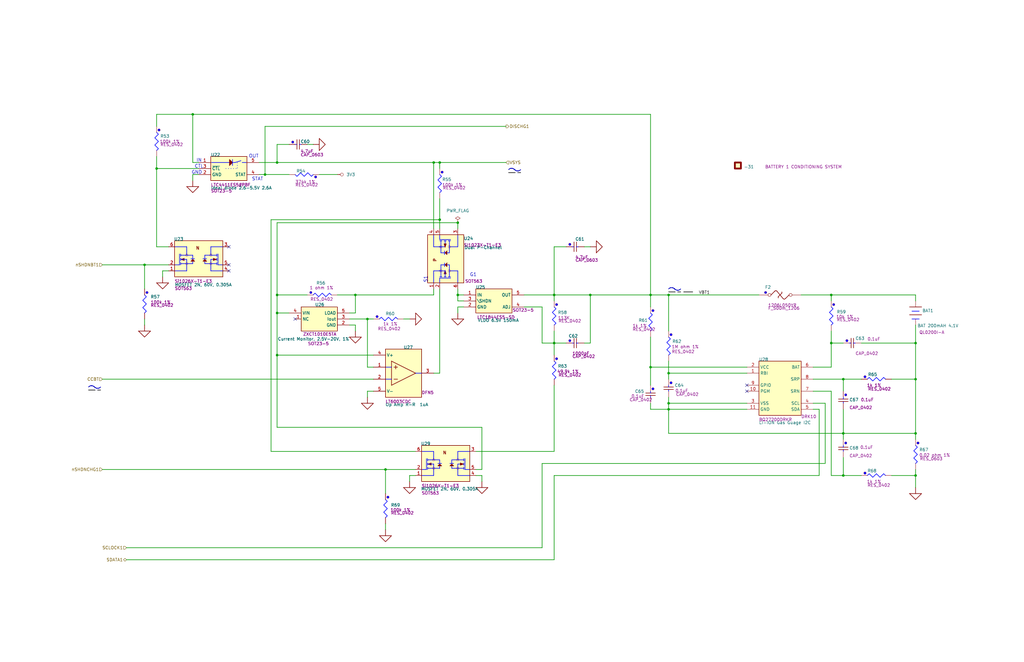
<source format=kicad_sch>
(kicad_sch (version 20231120) (generator "eeschema") (generator_version "8.0")
  (paper "B")
  (title_block (rev "-"))
  (junction (at 233.68 124.46))
  (junction (at 274.32 154.94))
  (junction (at 185.42 92.71))
  (junction (at 66.04 71.12))
  (junction (at 193.04 124.46))
  (junction (at 350.52 124.46))
  (junction (at 193.04 93.98))
  (junction (at 60.96 111.76))
  (junction (at 386.08 144.78))
  (junction (at 281.94 170.18))
  (junction (at 355.6 200.66))
  (junction (at 154.94 134.62))
  (junction (at 182.88 68.58))
  (junction (at 185.42 68.58))
  (junction (at 355.6 160.02))
  (junction (at 116.84 132.08))
  (junction (at 116.84 68.58))
  (junction (at 81.28 48.26))
  (junction (at 111.76 73.66))
  (junction (at 386.08 182.88))
  (junction (at 386.08 200.66))
  (junction (at 248.92 124.46))
  (junction (at 162.56 198.12))
  (junction (at 281.94 172.72))
  (junction (at 274.32 124.46))
  (junction (at 233.68 144.78))
  (junction (at 281.94 124.46))
  (junction (at 116.84 124.46))
  (junction (at 149.86 124.46))
  (junction (at 116.84 149.86))
  (junction (at 355.6 182.88))
  (junction (at 350.52 144.78))
  (junction (at 281.94 157.48))
  (junction (at 386.08 160.02))
  (no_connect (at 96.52 104.14))
  (no_connect (at 124.46 134.62))
  (no_connect (at 96.52 111.76))
  (no_connect (at 314.96 165.1))
  (no_connect (at 96.52 114.3))
  (no_connect (at 314.96 162.56))
  (wire (pts (xy 116.84 124.46) (xy 129.54 124.46)) (stroke (width 0.254)))
  (polyline (pts (xy 283.5951 121.416) (xy 283.6862 121.4438)) (stroke (width 0.254) (type solid)))
  (wire (pts (xy 154.94 165.1) (xy 154.94 167.64)) (stroke (width 0.254)))
  (polyline (pts (xy 284.537 121.9721) (xy 284.5681 121.9985)) (stroke (width 0.254) (type solid)))
  (wire (pts (xy 68.58 114.3) (xy 71.12 114.3)) (stroke (width 0.254)))
  (wire (pts (xy 386.08 144.78) (xy 386.08 160.02)) (stroke (width 0.254)))
  (wire (pts (xy 355.6 193.04) (xy 355.6 200.66)) (stroke (width 0.254)))
  (wire (pts (xy 60.96 121.92) (xy 60.96 111.76)) (stroke (width 0.254)))
  (polyline (pts (xy 283.6862 121.4438) (xy 283.7736 121.4753)) (stroke (width 0.254) (type solid)))
  (polyline (pts (xy 286.4295 122.3439) (xy 286.5462 122.2847)) (stroke (width 0.254) (type solid)))
  (wire (pts (xy 114.3 190.5) (xy 175.26 190.5)) (stroke (width 0.254)))
  (polyline (pts (xy 217.7141 72.0226) (xy 217.8015 72.0541)) (stroke (width 0.254) (type solid)))
  (polyline (pts (xy 217.8015 72.0541) (xy 217.8926 72.0819)) (stroke (width 0.254) (type solid)))
  (polyline (pts (xy 38.9931 162.818) (xy 39.0842 162.8458)) (stroke (width 0.254) (type solid)))
  (polyline (pts (xy 216.9196 71.4994) (xy 216.9507 71.5258)) (stroke (width 0.254) (type solid)))
  (polyline (pts (xy 39.8455 163.2917) (xy 39.8634 163.3081)) (stroke (width 0.254) (type solid)))
  (polyline (pts (xy 39.5446 163.0663) (xy 39.6048 163.1054)) (stroke (width 0.254) (type solid)))
  (polyline (pts (xy 218.2896 72.1419) (xy 218.3959 72.1406)) (stroke (width 0.254) (type solid)))
  (wire (pts (xy 200.66 190.5) (xy 233.68 190.5)) (stroke (width 0.254)))
  (polyline (pts (xy 216.7895 71.3993) (xy 216.8387 71.4354)) (stroke (width 0.254) (type solid)))
  (polyline (pts (xy 217.5514 71.9512) (xy 217.6307 71.9881)) (stroke (width 0.254) (type solid)))
  (polyline (pts (xy 214.4678 72.8478) (xy 219.5478 72.8478)) (stroke (width 0.254) (type dash) (color 0 0 0 1)))
  (polyline (pts (xy 217.0959 71.6563) (xy 217.1333 71.6867)) (stroke (width 0.254) (type solid)))
  (wire (pts (xy 53.34 231.14) (xy 228.6 231.14)) (stroke (width 0.254)))
  (polyline (pts (xy 285.7618 122.4841) (xy 285.8681 122.4828)) (stroke (width 0.254) (type solid)))
  (wire (pts (xy 43.18 111.76) (xy 60.96 111.76)) (stroke (width 0.254)))
  (polyline (pts (xy 39.8816 163.3257) (xy 39.8925 163.336)) (stroke (width 0.254) (type solid)))
  (polyline (pts (xy 214.5868 71.4661) (xy 214.7056 71.3686)) (stroke (width 0.254) (type solid)))
  (polyline (pts (xy 218.0851 72.1235) (xy 218.186 72.136)) (stroke (width 0.254) (type solid)))
  (wire (pts (xy 386.08 182.88) (xy 386.08 185.42)) (stroke (width 0.254)))
  (polyline (pts (xy 42.1801 163.5313) (xy 42.2989 163.4338)) (stroke (width 0.254) (type solid)))
  (wire (pts (xy 116.84 180.34) (xy 203.2 180.34)) (stroke (width 0.254)))
  (polyline (pts (xy 217.6307 71.9881) (xy 217.7141 72.0226)) (stroke (width 0.254) (type solid)))
  (wire (pts (xy 182.88 157.48) (xy 185.42 157.48)) (stroke (width 0.254)))
  (wire (pts (xy 363.22 144.78) (xy 386.08 144.78)) (stroke (width 0.254)))
  (wire (pts (xy 220.98 129.54) (xy 228.6 129.54)) (stroke (width 0.254)))
  (polyline (pts (xy 216.6091 71.2824) (xy 216.6744 71.3221)) (stroke (width 0.254) (type solid)))
  (polyline (pts (xy 219.3099 71.7871) (xy 219.4287 71.6896)) (stroke (width 0.254) (type solid)))
  (polyline (pts (xy 284.6055 122.0289) (xy 284.649 122.0625)) (stroke (width 0.254) (type solid)))
  (wire (pts (xy 154.94 154.94) (xy 154.94 134.62)) (stroke (width 0.254)))
  (wire (pts (xy 162.56 198.12) (xy 162.56 208.28)) (stroke (width 0.254)))
  (polyline (pts (xy 217.0078 71.5778) (xy 217.0114 71.5815)) (stroke (width 0.254) (type solid)))
  (polyline (pts (xy 284.4836 121.9237) (xy 284.4945 121.934)) (stroke (width 0.254) (type solid)))
  (polyline (pts (xy 38.044 162.8505) (xy 38.1581 162.8134)) (stroke (width 0.254) (type solid)))
  (polyline (pts (xy 283.0918 121.3573) (xy 283.1981 121.356)) (stroke (width 0.254) (type solid)))
  (polyline (pts (xy 216.9507 71.5258) (xy 216.9753 71.5475)) (stroke (width 0.254) (type solid)))
  (polyline (pts (xy 39.935 163.3741) (xy 39.9661 163.4005)) (stroke (width 0.254) (type solid)))
  (wire (pts (xy 233.68 139.7) (xy 233.68 144.78)) (stroke (width 0.254)))
  (polyline (pts (xy 284.7531 122.1367) (xy 284.8133 122.1758)) (stroke (width 0.254) (type solid)))
  (wire (pts (xy 203.2 200.66) (xy 200.66 200.66)) (stroke (width 0.254)))
  (polyline (pts (xy 282.1778 121.7108) (xy 282.2961 121.6267)) (stroke (width 0.254) (type solid)))
  (wire (pts (xy 154.94 134.62) (xy 147.32 134.62)) (stroke (width 0.254)))
  (wire (pts (xy 149.86 124.46) (xy 142.24 124.46)) (stroke (width 0.254)))
  (wire (pts (xy 81.28 73.66) (xy 83.82 73.66)) (stroke (width 0.254)))
  (polyline (pts (xy 284.4945 121.934) (xy 284.5124 121.9504)) (stroke (width 0.254) (type solid)))
  (wire (pts (xy 193.04 96.52) (xy 193.04 93.98)) (stroke (width 0.254)))
  (wire (pts (xy 193.04 132.08) (xy 193.04 129.54)) (stroke (width 0.254)))
  (wire (pts (xy 185.42 68.58) (xy 185.42 71.12)) (stroke (width 0.254)))
  (polyline (pts (xy 284.4654 121.9061) (xy 284.4763 121.9164)) (stroke (width 0.254) (type solid)))
  (polyline (pts (xy 218.6151 72.1136) (xy 218.7276 72.0865)) (stroke (width 0.254) (type solid)))
  (wire (pts (xy 172.72 134.62) (xy 170.18 134.62)) (stroke (width 0.254)))
  (polyline (pts (xy 282.2961 121.6267) (xy 282.4137 121.5554)) (stroke (width 0.254) (type solid)))
  (polyline (pts (xy 39.878 163.322) (xy 39.8816 163.3257)) (stroke (width 0.254) (type solid)))
  (polyline (pts (xy 41.8275 163.7459) (xy 41.9442 163.6867)) (stroke (width 0.254) (type solid)))
  (wire (pts (xy 193.04 124.46) (xy 195.58 124.46)) (stroke (width 0.254)))
  (polyline (pts (xy 284.4763 121.9164) (xy 284.48 121.92)) (stroke (width 0.254) (type solid)))
  (wire (pts (xy 246.38 144.78) (xy 248.92 144.78)) (stroke (width 0.254)))
  (wire (pts (xy 350.52 124.46) (xy 386.08 124.46)) (stroke (width 0.254)))
  (polyline (pts (xy 215.9304 71.0322) (xy 216.0283 71.0504)) (stroke (width 0.254) (type solid)))
  (polyline (pts (xy 217.2809 71.7945) (xy 217.3411 71.8336)) (stroke (width 0.254) (type solid)))
  (polyline (pts (xy 38.8006 162.7764) (xy 38.8985 162.7946)) (stroke (width 0.254) (type solid)))
  (wire (pts (xy 355.6 200.66) (xy 363.22 200.66)) (stroke (width 0.254)))
  (polyline (pts (xy 283.7736 121.4753) (xy 283.857 121.5098)) (stroke (width 0.254) (type solid)))
  (wire (pts (xy 274.32 142.24) (xy 274.32 154.94)) (stroke (width 0.254)))
  (polyline (pts (xy 283.857 121.5098) (xy 283.9363 121.5467)) (stroke (width 0.254) (type solid)))
  (wire (pts (xy 274.32 124.46) (xy 248.92 124.46)) (stroke (width 0.254)))
  (wire (pts (xy 154.94 134.62) (xy 157.48 134.62)) (stroke (width 0.254)))
  (wire (pts (xy 149.86 132.08) (xy 149.86 124.46)) (stroke (width 0.254)))
  (wire (pts (xy 114.3 92.71) (xy 114.3 190.5)) (stroke (width 0.254)))
  (polyline (pts (xy 286.0873 122.4558) (xy 286.1998 122.4287)) (stroke (width 0.254) (type solid)))
  (polyline (pts (xy 40.0035 163.4309) (xy 40.047 163.4645)) (stroke (width 0.254) (type solid)))
  (polyline (pts (xy 218.9573 72.0017) (xy 219.074 71.9425)) (stroke (width 0.254) (type solid)))
  (polyline (pts (xy 284.6982 122.0986) (xy 284.7531 122.1367)) (stroke (width 0.254) (type solid)))
  (polyline (pts (xy 282.646 121.4485) (xy 282.7601 121.4114)) (stroke (width 0.254) (type solid)))
  (wire (pts (xy 203.2 203.2) (xy 203.2 200.66)) (stroke (width 0.254)))
  (polyline (pts (xy 215.2879 71.0692) (xy 215.4004 71.0421)) (stroke (width 0.254) (type solid)))
  (wire (pts (xy 193.04 127) (xy 195.58 127)) (stroke (width 0.254)))
  (wire (pts (xy 116.84 132.08) (xy 121.92 132.08)) (stroke (width 0.254)))
  (wire (pts (xy 43.18 198.12) (xy 162.56 198.12)) (stroke (width 0.254)))
  (wire (pts (xy 116.84 60.96) (xy 116.84 68.58)) (stroke (width 0.254)))
  (polyline (pts (xy 39.6597 163.1435) (xy 39.7089 163.1796)) (stroke (width 0.254) (type solid)))
  (wire (pts (xy 274.32 172.72) (xy 274.32 170.18)) (stroke (width 0.254)))
  (polyline (pts (xy 41.9442 163.6867) (xy 42.0618 163.6154)) (stroke (width 0.254) (type solid)))
  (polyline (pts (xy 39.8634 163.3081) (xy 39.8743 163.3184)) (stroke (width 0.254) (type solid)))
  (polyline (pts (xy 216.6744 71.3221) (xy 216.7346 71.3612)) (stroke (width 0.254) (type solid)))
  (wire (pts (xy 337.82 124.46) (xy 350.52 124.46)) (stroke (width 0.254)))
  (polyline (pts (xy 217.0402 71.6082) (xy 217.0648 71.6299)) (stroke (width 0.254) (type solid)))
  (wire (pts (xy 182.88 68.58) (xy 116.84 68.58)) (stroke (width 0.254)))
  (polyline (pts (xy 215.4004 71.0421) (xy 215.5111 71.0243)) (stroke (width 0.254) (type solid)))
  (polyline (pts (xy 284.5124 121.9504) (xy 284.537 121.9721)) (stroke (width 0.254) (type solid)))
  (wire (pts (xy 233.68 124.46) (xy 233.68 104.14)) (stroke (width 0.254)))
  (polyline (pts (xy 286.1998 122.4287) (xy 286.3139 122.3916)) (stroke (width 0.254) (type solid)))
  (polyline (pts (xy 285.1029 122.3303) (xy 285.1863 122.3648)) (stroke (width 0.254) (type solid)))
  (polyline (pts (xy 215.6196 71.0151) (xy 215.7259 71.0138)) (stroke (width 0.254) (type solid)))
  (polyline (pts (xy 217.9872 72.1053) (xy 218.0851 72.1235)) (stroke (width 0.254) (type solid)))
  (polyline (pts (xy 219.1916 71.8712) (xy 219.3099 71.7871)) (stroke (width 0.254) (type solid)))
  (polyline (pts (xy 285.4594 122.4475) (xy 285.5573 122.4657)) (stroke (width 0.254) (type solid)))
  (polyline (pts (xy 217.0648 71.6299) (xy 217.0959 71.6563)) (stroke (width 0.254) (type solid)))
  (wire (pts (xy 274.32 48.26) (xy 274.32 124.46)) (stroke (width 0.254)))
  (polyline (pts (xy 218.5044 72.1314) (xy 218.6151 72.1136)) (stroke (width 0.254) (type solid)))
  (wire (pts (xy 193.04 129.54) (xy 195.58 129.54)) (stroke (width 0.254)))
  (polyline (pts (xy 39.6048 163.1054) (xy 39.6597 163.1435)) (stroke (width 0.254) (type solid)))
  (polyline (pts (xy 215.1738 71.1063) (xy 215.2879 71.0692)) (stroke (width 0.254) (type solid)))
  (polyline (pts (xy 39.0842 162.8458) (xy 39.1716 162.8773)) (stroke (width 0.254) (type solid)))
  (wire (pts (xy 386.08 137.16) (xy 386.08 144.78)) (stroke (width 0.254)))
  (polyline (pts (xy 214.7056 71.3686) (xy 214.8239 71.2845)) (stroke (width 0.254) (type solid)))
  (wire (pts (xy 233.68 144.78) (xy 233.68 149.86)) (stroke (width 0.254)))
  (wire (pts (xy 132.08 60.96) (xy 129.54 60.96)) (stroke (width 0.254)))
  (wire (pts (xy 342.9 160.02) (xy 355.6 160.02)) (stroke (width 0.254)))
  (wire (pts (xy 66.04 53.34) (xy 66.04 48.26)) (stroke (width 0.254)))
  (wire (pts (xy 233.68 127) (xy 233.68 124.46)) (stroke (width 0.254)))
  (wire (pts (xy 281.94 152.4) (xy 281.94 157.48)) (stroke (width 0.254)))
  (polyline (pts (xy 216.7346 71.3612) (xy 216.7895 71.3993)) (stroke (width 0.254) (type solid)))
  (wire (pts (xy 185.42 68.58) (xy 213.36 68.58)) (stroke (width 0.254)))
  (polyline (pts (xy 217.3411 71.8336) (xy 217.4064 71.8733)) (stroke (width 0.254) (type solid)))
  (polyline (pts (xy 217.0223 71.5918) (xy 217.0402 71.6082)) (stroke (width 0.254) (type solid)))
  (wire (pts (xy 281.94 182.88) (xy 355.6 182.88)) (stroke (width 0.254)))
  (wire (pts (xy 274.32 154.94) (xy 274.32 162.56)) (stroke (width 0.254)))
  (polyline (pts (xy 39.7089 163.1796) (xy 39.7524 163.2132)) (stroke (width 0.254) (type solid)))
  (polyline (pts (xy 41.0562 163.8802) (xy 41.1598 163.8861)) (stroke (width 0.254) (type solid)))
  (polyline (pts (xy 218.7276 72.0865) (xy 218.8417 72.0494)) (stroke (width 0.254) (type solid)))
  (polyline (pts (xy 284.4475 121.8897) (xy 284.4654 121.9061)) (stroke (width 0.254) (type solid)))
  (polyline (pts (xy 217.4064 71.8733) (xy 217.4766 71.9127)) (stroke (width 0.254) (type solid)))
  (wire (pts (xy 274.32 129.54) (xy 274.32 124.46)) (stroke (width 0.254)))
  (polyline (pts (xy 217.0041 71.5742) (xy 217.0078 71.5778)) (stroke (width 0.254) (type solid)))
  (wire (pts (xy 111.76 73.66) (xy 109.22 73.66)) (stroke (width 0.254)))
  (wire (pts (xy 281.94 172.72) (xy 274.32 172.72)) (stroke (width 0.254)))
  (polyline (pts (xy 282.5304 121.4962) (xy 282.646 121.4485)) (stroke (width 0.254) (type solid)))
  (wire (pts (xy 71.12 111.76) (xy 60.96 111.76)) (stroke (width 0.254)))
  (wire (pts (xy 342.9 170.18) (xy 347.98 170.18)) (stroke (width 0.254)))
  (polyline (pts (xy 216.0283 71.0504) (xy 216.1229 71.0738)) (stroke (width 0.254) (type solid)))
  (polyline (pts (xy 217.0114 71.5815) (xy 217.0223 71.5918)) (stroke (width 0.254) (type solid)))
  (polyline (pts (xy 37.6941 163.0287) (xy 37.8117 162.9574)) (stroke (width 0.254) (type solid)))
  (polyline (pts (xy 37.5758 163.1128) (xy 37.6941 163.0287)) (stroke (width 0.254) (type solid)))
  (polyline (pts (xy 216.214 71.1016) (xy 216.3014 71.1331)) (stroke (width 0.254) (type solid)))
  (wire (pts (xy 185.42 92.71) (xy 114.3 92.71)) (stroke (width 0.254)))
  (wire (pts (xy 248.92 144.78) (xy 248.92 124.46)) (stroke (width 0.254)))
  (polyline (pts (xy 40.9553 163.8677) (xy 41.0562 163.8802)) (stroke (width 0.254) (type solid)))
  (polyline (pts (xy 283.3017 121.3619) (xy 283.4026 121.3744)) (stroke (width 0.254) (type solid)))
  (wire (pts (xy 342.9 154.94) (xy 350.52 154.94)) (stroke (width 0.254)))
  (wire (pts (xy 157.48 165.1) (xy 154.94 165.1)) (stroke (width 0.254)))
  (polyline (pts (xy 38.8985 162.7946) (xy 38.9931 162.818)) (stroke (width 0.254) (type solid)))
  (wire (pts (xy 342.9 172.72) (xy 345.44 172.72)) (stroke (width 0.254)))
  (polyline (pts (xy 37.457 163.2103) (xy 37.5758 163.1128)) (stroke (width 0.254) (type solid)))
  (polyline (pts (xy 286.9009 122.0318) (xy 287.02 121.92)) (stroke (width 0.254) (type solid)))
  (polyline (pts (xy 285.9766 122.4736) (xy 286.0873 122.4558)) (stroke (width 0.254) (type solid)))
  (wire (pts (xy 185.42 92.71) (xy 185.42 96.52)) (stroke (width 0.254)))
  (polyline (pts (xy 39.4793 163.0266) (xy 39.5446 163.0663)) (stroke (width 0.254) (type solid)))
  (polyline (pts (xy 37.338 163.322) (xy 37.457 163.2103)) (stroke (width 0.254) (type solid)))
  (polyline (pts (xy 38.6997 162.7639) (xy 38.8006 162.7764)) (stroke (width 0.254) (type solid)))
  (polyline (pts (xy 282.8726 121.3843) (xy 282.9833 121.3665)) (stroke (width 0.254) (type solid)))
  (polyline (pts (xy 40.1511 163.5387) (xy 40.2113 163.5778)) (stroke (width 0.254) (type solid)))
  (polyline (pts (xy 216.9932 71.5639) (xy 217.0041 71.5742)) (stroke (width 0.254) (type solid)))
  (polyline (pts (xy 216.1229 71.0738) (xy 216.214 71.1016)) (stroke (width 0.254) (type solid)))
  (polyline (pts (xy 39.8743 163.3184) (xy 39.878 163.322)) (stroke (width 0.254) (type solid)))
  (polyline (pts (xy 285.5573 122.4657) (xy 285.6582 122.4782)) (stroke (width 0.254) (type solid)))
  (polyline (pts (xy 285.2737 122.3963) (xy 285.3648 122.4241)) (stroke (width 0.254) (type solid)))
  (polyline (pts (xy 38.2706 162.7863) (xy 38.3813 162.7685)) (stroke (width 0.254) (type solid)))
  (polyline (pts (xy 288.29 123.19) (xy 292.1 123.19)) (stroke (width 0.254) (type solid) (color 0 0 0 1)))
  (polyline (pts (xy 41.2661 163.8848) (xy 41.3746 163.8756)) (stroke (width 0.254) (type solid)))
  (wire (pts (xy 228.6 195.58) (xy 228.6 231.14)) (stroke (width 0.254)))
  (wire (pts (xy 314.96 154.94) (xy 274.32 154.94)) (stroke (width 0.254)))
  (polyline (pts (xy 39.8925 163.336) (xy 39.9104 163.3524)) (stroke (width 0.254) (type solid)))
  (wire (pts (xy 185.42 68.58) (xy 182.88 68.58)) (stroke (width 0.254)))
  (wire (pts (xy 274.32 124.46) (xy 281.94 124.46)) (stroke (width 0.254)))
  (wire (pts (xy 149.86 137.16) (xy 149.86 139.7)) (stroke (width 0.254)))
  (polyline (pts (xy 215.0582 71.154) (xy 215.1738 71.1063)) (stroke (width 0.254) (type solid)))
  (polyline (pts (xy 282.059 121.8083) (xy 282.1778 121.7108)) (stroke (width 0.254) (type solid)))
  (polyline (pts (xy 282.7601 121.4114) (xy 282.8726 121.3843)) (stroke (width 0.254) (type solid)))
  (polyline (pts (xy 215.7259 71.0138) (xy 215.8295 71.0197)) (stroke (width 0.254) (type solid)))
  (wire (pts (xy 281.94 167.64) (xy 281.94 170.18)) (stroke (width 0.254)))
  (polyline (pts (xy 216.9753 71.5475) (xy 216.9932 71.5639)) (stroke (width 0.254) (type solid)))
  (polyline (pts (xy 285.6582 122.4782) (xy 285.7618 122.4841)) (stroke (width 0.254) (type solid)))
  (polyline (pts (xy 38.4898 162.7593) (xy 38.5961 162.758)) (stroke (width 0.254) (type solid)))
  (wire (pts (xy 233.68 190.5) (xy 233.68 162.56)) (stroke (width 0.254)))
  (polyline (pts (xy 41.3746 163.8756) (xy 41.4853 163.8578)) (stroke (width 0.254) (type solid)))
  (polyline (pts (xy 39.3343 162.9487) (xy 39.4091 162.9872)) (stroke (width 0.254) (type solid)))
  (polyline (pts (xy 283.1981 121.356) (xy 283.3017 121.3619)) (stroke (width 0.254) (type solid)))
  (wire (pts (xy 228.6 144.78) (xy 233.68 144.78)) (stroke (width 0.254)))
  (wire (pts (xy 193.04 93.98) (xy 116.84 93.98)) (stroke (width 0.254)))
  (polyline (pts (xy 284.8133 122.1758) (xy 284.8786 122.2155)) (stroke (width 0.254) (type solid)))
  (polyline (pts (xy 286.6638 122.2134) (xy 286.7821 122.1293)) (stroke (width 0.254) (type solid)))
  (wire (pts (xy 355.6 172.72) (xy 355.6 182.88)) (stroke (width 0.254)))
  (polyline (pts (xy 39.4091 162.9872) (xy 39.4793 163.0266)) (stroke (width 0.254) (type solid)))
  (polyline (pts (xy 283.5005 121.3926) (xy 283.5951 121.416)) (stroke (width 0.254) (type solid)))
  (polyline (pts (xy 282.4137 121.5554) (xy 282.5304 121.4962)) (stroke (width 0.254) (type solid)))
  (polyline (pts (xy 40.3468 163.6569) (xy 40.4216 163.6954)) (stroke (width 0.254) (type solid)))
  (wire (pts (xy 116.84 68.58) (xy 109.22 68.58)) (stroke (width 0.254)))
  (wire (pts (xy 203.2 198.12) (xy 200.66 198.12)) (stroke (width 0.254)))
  (polyline (pts (xy 215.8295 71.0197) (xy 215.9304 71.0322)) (stroke (width 0.254) (type solid)))
  (polyline (pts (xy 37.338 164.592) (xy 42.418 164.592)) (stroke (width 0.254) (type dash) (color 0 0 0 1)))
  (wire (pts (xy 162.56 198.12) (xy 175.26 198.12)) (stroke (width 0.254)))
  (wire (pts (xy 355.6 160.02) (xy 355.6 165.1)) (stroke (width 0.254)))
  (polyline (pts (xy 41.4853 163.8578) (xy 41.5978 163.8307)) (stroke (width 0.254) (type solid)))
  (wire (pts (xy 142.24 73.66) (xy 134.62 73.66)) (stroke (width 0.254)))
  (wire (pts (xy 347.98 170.18) (xy 347.98 195.58)) (stroke (width 0.254)))
  (wire (pts (xy 162.56 223.52) (xy 162.56 220.98)) (stroke (width 0.254)))
  (polyline (pts (xy 217.4766 71.9127) (xy 217.5514 71.9512)) (stroke (width 0.254) (type solid)))
  (wire (pts (xy 68.58 116.84) (xy 68.58 114.3)) (stroke (width 0.254)))
  (polyline (pts (xy 284.649 122.0625) (xy 284.6982 122.0986)) (stroke (width 0.254) (type solid)))
  (polyline (pts (xy 284.4229 121.868) (xy 284.4475 121.8897)) (stroke (width 0.254) (type solid)))
  (polyline (pts (xy 214.8239 71.2845) (xy 214.9415 71.2132)) (stroke (width 0.254) (type solid)))
  (wire (pts (xy 172.72 203.2) (xy 172.72 200.66)) (stroke (width 0.254)))
  (wire (pts (xy 116.84 149.86) (xy 157.48 149.86)) (stroke (width 0.254)))
  (polyline (pts (xy 39.1716 162.8773) (xy 39.255 162.9118)) (stroke (width 0.254) (type solid)))
  (polyline (pts (xy 40.7628 163.8261) (xy 40.8574 163.8495)) (stroke (width 0.254) (type solid)))
  (polyline (pts (xy 286.3139 122.3916) (xy 286.4295 122.3439)) (stroke (width 0.254) (type solid)))
  (wire (pts (xy 355.6 144.78) (xy 350.52 144.78)) (stroke (width 0.254)))
  (polyline (pts (xy 216.8387 71.4354) (xy 216.8822 71.469)) (stroke (width 0.254) (type solid)))
  (polyline (pts (xy 37.9284 162.8982) (xy 38.044 162.8505)) (stroke (width 0.254) (type solid)))
  (wire (pts (xy 53.34 236.22) (xy 233.68 236.22)) (stroke (width 0.254)))
  (polyline (pts (xy 38.3813 162.7685) (xy 38.4898 162.7593)) (stroke (width 0.254) (type solid)))
  (wire (pts (xy 281.94 157.48) (xy 314.96 157.48)) (stroke (width 0.254)))
  (polyline (pts (xy 284.3109 121.7776) (xy 284.3544 121.8112)) (stroke (width 0.254) (type solid)))
  (polyline (pts (xy 284.3544 121.8112) (xy 284.3918 121.8416)) (stroke (width 0.254) (type solid)))
  (polyline (pts (xy 39.9104 163.3524) (xy 39.935 163.3741)) (stroke (width 0.254) (type solid)))
  (polyline (pts (xy 286.5462 122.2847) (xy 286.6638 122.2134)) (stroke (width 0.254) (type solid)))
  (wire (pts (xy 60.96 137.16) (xy 60.96 134.62)) (stroke (width 0.254)))
  (polyline (pts (xy 219.4287 71.6896) (xy 219.5478 71.5778)) (stroke (width 0.254) (type solid)))
  (polyline (pts (xy 216.3848 71.1676) (xy 216.4641 71.2045)) (stroke (width 0.254) (type solid)))
  (wire (pts (xy 342.9 165.1) (xy 350.52 165.1)) (stroke (width 0.254)))
  (polyline (pts (xy 38.1581 162.8134) (xy 38.2706 162.7863)) (stroke (width 0.254) (type solid)))
  (polyline (pts (xy 216.4641 71.2045) (xy 216.5389 71.243)) (stroke (width 0.254) (type solid)))
  (polyline (pts (xy 284.1466 121.6643) (xy 284.2068 121.7034)) (stroke (width 0.254) (type solid)))
  (wire (pts (xy 121.92 60.96) (xy 116.84 60.96)) (stroke (width 0.254)))
  (polyline (pts (xy 214.9415 71.2132) (xy 215.0582 71.154)) (stroke (width 0.254) (type solid)))
  (wire (pts (xy 281.94 157.48) (xy 281.94 160.02)) (stroke (width 0.254)))
  (wire (pts (xy 350.52 200.66) (xy 355.6 200.66)) (stroke (width 0.254)))
  (wire (pts (xy 314.96 172.72) (xy 281.94 172.72)) (stroke (width 0.254)))
  (wire (pts (xy 83.82 68.58) (xy 81.28 68.58)) (stroke (width 0.254)))
  (wire (pts (xy 203.2 180.34) (xy 203.2 198.12)) (stroke (width 0.254)))
  (polyline (pts (xy 219.074 71.9425) (xy 219.1916 71.8712)) (stroke (width 0.254) (type solid)))
  (wire (pts (xy 172.72 200.66) (xy 175.26 200.66)) (stroke (width 0.254)))
  (wire (pts (xy 386.08 160.02) (xy 386.08 182.88)) (stroke (width 0.254)))
  (polyline (pts (xy 284.9488 122.2549) (xy 285.0236 122.2934)) (stroke (width 0.254) (type solid)))
  (wire (pts (xy 355.6 182.88) (xy 386.08 182.88)) (stroke (width 0.254)))
  (wire (pts (xy 386.08 200.66) (xy 375.92 200.66)) (stroke (width 0.254)))
  (polyline (pts (xy 284.5681 121.9985) (xy 284.6055 122.0289)) (stroke (width 0.254) (type solid)))
  (wire (pts (xy 66.04 104.14) (xy 71.12 104.14)) (stroke (width 0.254)))
  (wire (pts (xy 81.28 68.58) (xy 81.28 48.26)) (stroke (width 0.254)))
  (wire (pts (xy 350.52 165.1) (xy 350.52 200.66)) (stroke (width 0.254)))
  (polyline (pts (xy 42.0618 163.6154) (xy 42.1801 163.5313)) (stroke (width 0.254) (type solid)))
  (wire (pts (xy 116.84 124.46) (xy 116.84 132.08)) (stroke (width 0.254)))
  (polyline (pts (xy 216.8822 71.469) (xy 216.9196 71.4994)) (stroke (width 0.254) (type solid)))
  (polyline (pts (xy 215.5111 71.0243) (xy 215.6196 71.0151)) (stroke (width 0.254) (type solid)))
  (wire (pts (xy 345.44 200.66) (xy 233.68 200.66)) (stroke (width 0.254)))
  (wire (pts (xy 116.84 93.98) (xy 116.84 124.46)) (stroke (width 0.254)))
  (wire (pts (xy 147.32 137.16) (xy 149.86 137.16)) (stroke (width 0.254)))
  (polyline (pts (xy 42.2989 163.4338) (xy 42.418 163.322)) (stroke (width 0.254) (type solid)))
  (wire (pts (xy 233.68 104.14) (xy 238.76 104.14)) (stroke (width 0.254)))
  (wire (pts (xy 281.94 172.72) (xy 281.94 182.88)) (stroke (width 0.254)))
  (polyline (pts (xy 214.4678 71.5778) (xy 214.5868 71.4661)) (stroke (width 0.254) (type solid)))
  (polyline (pts (xy 40.8574 163.8495) (xy 40.9553 163.8677)) (stroke (width 0.254) (type solid)))
  (polyline (pts (xy 217.8926 72.0819) (xy 217.9872 72.1053)) (stroke (width 0.254) (type solid)))
  (wire (pts (xy 193.04 121.92) (xy 193.04 124.46)) (stroke (width 0.254)))
  (polyline (pts (xy 218.186 72.136) (xy 218.2896 72.1419)) (stroke (width 0.254) (type solid)))
  (polyline (pts (xy 284.0111 121.5852) (xy 284.0813 121.6246)) (stroke (width 0.254) (type solid)))
  (wire (pts (xy 185.42 157.48) (xy 185.42 121.92)) (stroke (width 0.254)))
  (wire (pts (xy 81.28 76.2) (xy 81.28 73.66)) (stroke (width 0.254)))
  (wire (pts (xy 281.94 124.46) (xy 320.04 124.46)) (stroke (width 0.254)))
  (polyline (pts (xy 284.0813 121.6246) (xy 284.1466 121.6643)) (stroke (width 0.254) (type solid)))
  (polyline (pts (xy 37.8117 162.9574) (xy 37.9284 162.8982)) (stroke (width 0.254) (type solid)))
  (wire (pts (xy 43.18 160.02) (xy 157.48 160.02)) (stroke (width 0.254)))
  (polyline (pts (xy 40.0962 163.5006) (xy 40.1511 163.5387)) (stroke (width 0.254) (type solid)))
  (wire (pts (xy 81.28 48.26) (xy 274.32 48.26)) (stroke (width 0.254)))
  (wire (pts (xy 350.52 144.78) (xy 350.52 139.7)) (stroke (width 0.254)))
  (wire (pts (xy 66.04 66.04) (xy 66.04 71.12)) (stroke (width 0.254)))
  (wire (pts (xy 233.68 124.46) (xy 220.98 124.46)) (stroke (width 0.254)))
  (wire (pts (xy 233.68 144.78) (xy 238.76 144.78)) (stroke (width 0.254)))
  (wire (pts (xy 347.98 195.58) (xy 228.6 195.58)) (stroke (width 0.254)))
  (polyline (pts (xy 282.9833 121.3665) (xy 283.0918 121.3573)) (stroke (width 0.254) (type solid)))
  (polyline (pts (xy 41.1598 163.8861) (xy 41.2661 163.8848)) (stroke (width 0.254) (type solid)))
  (polyline (pts (xy 40.047 163.4645) (xy 40.0962 163.5006)) (stroke (width 0.254) (type solid)))
  (wire (pts (xy 193.04 124.46) (xy 193.04 127)) (stroke (width 0.254)))
  (wire (pts (xy 147.32 132.08) (xy 149.86 132.08)) (stroke (width 0.254)))
  (polyline (pts (xy 281.94 123.19) (xy 287.02 123.19)) (stroke (width 0.254) (type dash) (color 0 0 0 1)))
  (wire (pts (xy 248.92 124.46) (xy 233.68 124.46)) (stroke (width 0.254)))
  (wire (pts (xy 111.76 73.66) (xy 111.76 53.34)) (stroke (width 0.254)))
  (wire (pts (xy 228.6 129.54) (xy 228.6 144.78)) (stroke (width 0.254)))
  (wire (pts (xy 182.88 124.46) (xy 182.88 121.92)) (stroke (width 0.254)))
  (polyline (pts (xy 40.5009 163.7323) (xy 40.5843 163.7668)) (stroke (width 0.254) (type solid)))
  (polyline (pts (xy 285.0236 122.2934) (xy 285.1029 122.3303)) (stroke (width 0.254) (type solid)))
  (polyline (pts (xy 281.94 121.92) (xy 282.059 121.8083)) (stroke (width 0.254) (type solid)))
  (polyline (pts (xy 39.7524 163.2132) (xy 39.7898 163.2436)) (stroke (width 0.254) (type solid)))
  (polyline (pts (xy 40.2766 163.6175) (xy 40.3468 163.6569)) (stroke (width 0.254) (type solid)))
  (polyline (pts (xy 218.3959 72.1406) (xy 218.5044 72.1314)) (stroke (width 0.254) (type solid)))
  (wire (pts (xy 345.44 172.72) (xy 345.44 200.66)) (stroke (width 0.254)))
  (polyline (pts (xy 285.3648 122.4241) (xy 285.4594 122.4475)) (stroke (width 0.254) (type solid)))
  (polyline (pts (xy 40.4216 163.6954) (xy 40.5009 163.7323)) (stroke (width 0.254) (type solid)))
  (wire (pts (xy 281.94 139.7) (xy 281.94 124.46)) (stroke (width 0.254)))
  (polyline (pts (xy 217.1768 71.7203) (xy 217.226 71.7564)) (stroke (width 0.254) (type solid)))
  (wire (pts (xy 157.48 154.94) (xy 154.94 154.94)) (stroke (width 0.254)))
  (wire (pts (xy 182.88 68.58) (xy 182.88 96.52)) (stroke (width 0.254)))
  (wire (pts (xy 66.04 71.12) (xy 66.04 104.14)) (stroke (width 0.254)))
  (polyline (pts (xy 39.9661 163.4005) (xy 40.0035 163.4309)) (stroke (width 0.254) (type solid)))
  (wire (pts (xy 355.6 160.02) (xy 363.22 160.02)) (stroke (width 0.254)))
  (polyline (pts (xy 285.1863 122.3648) (xy 285.2737 122.3963)) (stroke (width 0.254) (type solid)))
  (polyline (pts (xy 41.5978 163.8307) (xy 41.7119 163.7936)) (stroke (width 0.254) (type solid)))
  (wire (pts (xy 121.92 73.66) (xy 111.76 73.66)) (stroke (width 0.254)))
  (polyline (pts (xy 284.2617 121.7415) (xy 284.3109 121.7776)) (stroke (width 0.254) (type solid)))
  (wire (pts (xy 233.68 200.66) (xy 233.68 236.22)) (stroke (width 0.254)))
  (polyline (pts (xy 38.5961 162.758) (xy 38.6997 162.7639)) (stroke (width 0.254) (type solid)))
  (polyline (pts (xy 41.7119 163.7936) (xy 41.8275 163.7459)) (stroke (width 0.254) (type solid)))
  (wire (pts (xy 386.08 198.12) (xy 386.08 200.66)) (stroke (width 0.254)))
  (wire (pts (xy 350.52 127) (xy 350.52 124.46)) (stroke (width 0.254)))
  (wire (pts (xy 355.6 182.88) (xy 355.6 185.42)) (stroke (width 0.254)))
  (wire (pts (xy 375.92 160.02) (xy 386.08 160.02)) (stroke (width 0.254)))
  (wire (pts (xy 350.52 154.94) (xy 350.52 144.78)) (stroke (width 0.254)))
  (polyline (pts (xy 216.3014 71.1331) (xy 216.3848 71.1676)) (stroke (width 0.254) (type solid)))
  (polyline (pts (xy 40.5843 163.7668) (xy 40.6717 163.7983)) (stroke (width 0.254) (type solid)))
  (polyline (pts (xy 39.8209 163.27) (xy 39.8455 163.2917)) (stroke (width 0.254) (type solid)))
  (polyline (pts (xy 40.6717 163.7983) (xy 40.7628 163.8261)) (stroke (width 0.254) (type solid)))
  (polyline (pts (xy 284.2068 121.7034) (xy 284.2617 121.7415)) (stroke (width 0.254) (type solid)))
  (wire (pts (xy 149.86 124.46) (xy 182.88 124.46)) (stroke (width 0.254)))
  (wire (pts (xy 185.42 83.82) (xy 185.42 92.71)) (stroke (width 0.254)))
  (wire (pts (xy 83.82 71.12) (xy 66.04 71.12)) (stroke (width 0.254)))
  (polyline (pts (xy 40.2113 163.5778) (xy 40.2766 163.6175)) (stroke (width 0.254) (type solid)))
  (wire (pts (xy 111.76 53.34) (xy 213.36 53.34)) (stroke (width 0.254)))
  (polyline (pts (xy 283.4026 121.3744) (xy 283.5005 121.3926)) (stroke (width 0.254) (type solid)))
  (polyline (pts (xy 216.5389 71.243) (xy 216.6091 71.2824)) (stroke (width 0.254) (type solid)))
  (polyline (pts (xy 217.1333 71.6867) (xy 217.1768 71.7203)) (stroke (width 0.254) (type solid)))
  (polyline (pts (xy 39.7898 163.2436) (xy 39.8209 163.27)) (stroke (width 0.254) (type solid)))
  (wire (pts (xy 386.08 124.46) (xy 386.08 127)) (stroke (width 0.254)))
  (wire (pts (xy 386.08 200.66) (xy 386.08 205.74)) (stroke (width 0.254)))
  (polyline (pts (xy 285.8681 122.4828) (xy 285.9766 122.4736)) (stroke (width 0.254) (type solid)))
  (wire (pts (xy 66.04 48.26) (xy 81.28 48.26)) (stroke (width 0.254)))
  (polyline (pts (xy 286.7821 122.1293) (xy 286.9009 122.0318)) (stroke (width 0.254) (type solid)))
  (polyline (pts (xy 284.48 121.92) (xy 284.4836 121.9237)) (stroke (width 0.254) (type solid)))
  (wire (pts (xy 248.92 104.14) (xy 246.38 104.14)) (stroke (width 0.254)))
  (wire (pts (xy 116.84 149.86) (xy 116.84 180.34)) (stroke (width 0.254)))
  (polyline (pts (xy 283.9363 121.5467) (xy 284.0111 121.5852)) (stroke (width 0.254) (type solid)))
  (polyline (pts (xy 217.226 71.7564) (xy 217.2809 71.7945)) (stroke (width 0.254) (type solid)))
  (polyline (pts (xy 39.255 162.9118) (xy 39.3343 162.9487)) (stroke (width 0.254) (type solid)))
  (polyline (pts (xy 284.8786 122.2155) (xy 284.9488 122.2549)) (stroke (width 0.254) (type solid)))
  (polyline (pts (xy 284.3918 121.8416) (xy 284.4229 121.868)) (stroke (width 0.254) (type solid)))
  (wire (pts (xy 281.94 170.18) (xy 314.96 170.18)) (stroke (width 0.254)))
  (polyline (pts (xy 218.8417 72.0494) (xy 218.9573 72.0017)) (stroke (width 0.254) (type solid)))
  (wire (pts (xy 281.94 170.18) (xy 281.94 172.72)) (stroke (width 0.254)))
  (wire (pts (xy 116.84 132.08) (xy 116.84 149.86)) (stroke (width 0.254)))
  (text "OUT" (at 104.902 66.802 0) (effects (font (size 1.397 1.397)) (justify left bottom)))
  (text "STAT" (at 106.172 76.454 0) (effects (font (size 1.397 1.397)) (justify left bottom)))
  (text "S1" (at 180.34 119.38 90) (effects (font (size 1.397 1.397)) (justify left bottom)))
  (text "IN" (at 82.804 68.58 0) (effects (font (size 1.397 1.397)) (justify left bottom)))
  (text "GND" (at 80.772 73.66 0) (effects (font (size 1.397 1.397)) (justify left bottom)))
  (text "G1" (at 198.12 116.84 0) (effects (font (size 1.397 1.397)) (justify left bottom)))
  (text "CTL" (at 82.042 71.12 0) (effects (font (size 1.397 1.397)) (justify left bottom)))
  (label "VBT1" (at 294.64 124.46 0))
  (hierarchical_label "VSYS" (shape input) (at 213.36 68.58 0))
  (hierarchical_label "CCBT" (shape input) (at 43.18 160.02 180))
  (hierarchical_label "DISCHG1" (shape output) (at 213.36 53.34 0))
  (hierarchical_label "SCLOCK1" (shape input) (at 53.34 231.14 180))
  (hierarchical_label "nSHDNCHG1" (shape input) (at 43.18 198.12 180))
  (hierarchical_label "nSHDNBT1" (shape input) (at 43.18 111.76 180))
  (hierarchical_label "SDATA1" (shape bidirectional) (at 53.34 236.22 180))
  (symbol (lib_id "NNPS:root_3_GRM155R71C104KA88D") (at 274.32 162.56 0) (unit 1)
    (property "Reference" "C65" (at 267.716 165.862 0) (effects (justify left bottom)))
    (property "Value" "C_100n_X7R_16_0402_10%" (effects (hide yes)))
    (property "Footprint" "NNPS:CAP_0402" (effects (hide yes)))
    (property "MFR" "Murata" (effects (hide yes)))
    (property "PACKAGEDESCRIPTION" "CAP_0402" (at 265.43 169.418 0) (effects (justify left bottom)))
    (property "SUPPLIER 1" "Digi-Key" (effects (hide yes)))
    (property "SUPPLIER PART NUMBER 1" "490-3261-2-ND" (effects (hide yes)))
    (property "ALTIUM_VALUE" "0.1uF" (at 266.192 167.894 0) (effects (justify left bottom)))
    (property "MPN" "GRM155R71C104KA88D" (effects (hide yes)))
    (property "SBI" "53-0040-1" (effects (hide yes)))
  )
  (symbol (lib_id "NNPS:root_0_MCR01MZPF1001") (at 157.48 134.62 0) (unit 1)
    (property "Reference" "R60" (at 162.56 133.096 0) (effects (justify left bottom)))
    (property "Value" "R_1k_0402" (effects (hide yes)))
    (property "Footprint" "NNPS:RES_0402" (effects (hide yes)))
    (property "MFR" "Vishay Dale" (effects (hide yes)))
    (property "PACKAGEDESCRIPTION" "RES_0402" (at 159.258 139.446 0) (effects (justify left bottom)))
    (property "SUPPLIER 1" "Digi-Key" (effects (hide yes)))
    (property "SUPPLIER PART NUMBER 1" "541-1.00KLDKR-ND" (effects (hide yes)))
    (property "ALTIUM_VALUE" "1k 1%" (at 161.544 137.414 0) (effects (justify left bottom)))
    (property "MPN" "CRCW04021K00FKED" (effects (hide yes)))
    (property "SBI" "53-0049-4" (effects (hide yes)))
  )
  (symbol (lib_id "NNPS:root_3_GRM155R71C104KA88D") (at 281.94 160.02 0) (unit 1)
    (property "Reference" "C64" (at 284.48 163.322 0) (effects (justify left bottom)))
    (property "Value" "C_100n_X7R_16_0402_10%" (effects (hide yes)))
    (property "Footprint" "NNPS:CAP_0402" (effects (hide yes)))
    (property "MFR" "Murata" (effects (hide yes)))
    (property "PACKAGEDESCRIPTION" "CAP_0402" (at 284.988 167.132 0) (effects (justify left bottom)))
    (property "SUPPLIER 1" "Digi-Key" (effects (hide yes)))
    (property "SUPPLIER PART NUMBER 1" "490-3261-2-ND" (effects (hide yes)))
    (property "ALTIUM_VALUE" "0.1uF" (at 284.734 165.608 0) (effects (justify left bottom)))
    (property "MPN" "GRM155R71C104KA88D" (effects (hide yes)))
    (property "SBI" "53-0040-1" (effects (hide yes)))
  )
  (symbol (lib_id "NNPS:root_0_MCR01MZPF1001") (at 363.22 200.66 0) (unit 1)
    (property "Reference" "R68" (at 365.76 199.39 0) (effects (justify left bottom)))
    (property "Value" "R_1k_0402" (effects (hide yes)))
    (property "Footprint" "NNPS:RES_0402" (effects (hide yes)))
    (property "MFR" "Vishay Dale" (effects (hide yes)))
    (property "PACKAGEDESCRIPTION" "RES_0402" (at 365.76 205.486 0) (effects (justify left bottom)))
    (property "SUPPLIER 1" "Digi-Key" (effects (hide yes)))
    (property "SUPPLIER PART NUMBER 1" "541-1.00KLDKR-ND" (effects (hide yes)))
    (property "ALTIUM_VALUE" "1k 1%" (at 365.506 203.962 0) (effects (justify left bottom)))
    (property "MPN" "CRCW04021K00FKED" (effects (hide yes)))
    (property "SBI" "53-0049-4" (effects (hide yes)))
  )
  (symbol (lib_id "NNPS:root_0_BOM_S1") (at 309.88 68.58 0) (unit 1) (exclude_from_sim yes) (in_bom no) (on_board no)
    (property "Reference" "-31" (at 313.69 71.12 0) (effects (justify left bottom)))
    (property "Value" "BOM_S1" (effects (hide yes)))
    (property "XDESCRIPTION" "BATTERY 1 CONDITIONING SYSTEM" (at 322.58 71.12 0) (effects (justify left bottom)))
  )
  (symbol (lib_id "NNPS:root_0_ZXCT1010E5TA") (at 127 129.54 0) (unit 1)
    (property "Reference" "U26" (at 132.842 129.286 0) (effects (justify left bottom)))
    (property "Value" "Current Monitor, 2.5V-20V, 1%" (at 117.094 143.764 0) (effects (justify left bottom)))
    (property "Footprint" "NNPS:SOT23-5" (effects (hide yes)))
    (property "COMPONENTLINK1URL" "Q~{:}0~{0}0~{4}00-04-3500 Zetex ZXCT1010.pdf" (effects (hide yes)))
    (property "COMPONENTNNPS_PN" "00-04-3500" (effects (hide yes)))
    (property "MFR" "Diodes Incorporated" (effects (hide yes)))
    (property "PACKAGEDESCRIPTION" "SOT23-5" (at 129.794 144.272 0) (effects (justify left top)))
    (property "SUPPLIER 1" "Digi-Key" (effects (hide yes)))
    (property "SUPPLIER PART NUMBER 1" "ZXCT1010DKR-ND" (effects (hide yes)))
    (property "ALTIUM_VALUE" "ZXCT1010" (effects (hide yes)))
    (property "MPN" "ZXCT1010E5TA" (at 127.762 141.732 0) (effects (justify left bottom)))
    (property "SBI" "54-0052" (effects (hide yes)))
  )
  (symbol (lib_id "NNPS:root_0_Si1026X-T1-E3") (at 73.66 101.6 0) (unit 1)
    (property "Reference" "U23" (at 73.406 101.6 0) (effects (justify left bottom)))
    (property "Value" "MOSFET 2N, 60V, 0.305A" (at 73.66 120.904 0) (effects (justify left bottom)))
    (property "Footprint" "NNPS:SOT-563" (effects (hide yes)))
    (property "MFR" "Vishay Siliconix" (effects (hide yes)))
    (property "PACKAGEDESCRIPTION" "SOT563" (at 73.66 122.428 0) (effects (justify left bottom)))
    (property "SUPPLIER 1" "Digi-Key" (effects (hide yes)))
    (property "SUPPLIER PART NUMBER 1" "SI1026X-T1-E3CT-ND" (effects (hide yes)))
    (property "ALTIUM_VALUE" "500mA" (effects (hide yes)))
    (property "MPN" "Si1026X-T1-E3" (at 73.66 119.38 0) (effects (justify left bottom)))
    (property "SBI" "54-0102" (effects (hide yes)))
  )
  (symbol (lib_id "NNPS:root_0_GRM1555C1H102JA01D") (at 238.76 144.78 0) (unit 1)
    (property "Reference" "C62" (at 239.776 142.494 0) (effects (justify left bottom)))
    (property "Value" "C_1n_C0G_50_0402_5%" (effects (hide yes)))
    (property "Footprint" "NNPS:CAP_0402" (effects (hide yes)))
    (property "MFR" "Murata" (effects (hide yes)))
    (property "PACKAGEDESCRIPTION" "CAP_0402" (at 241.3 151.13 0) (effects (justify left bottom)))
    (property "SUPPLIER 1" "Digi-Key" (effects (hide yes)))
    (property "SUPPLIER PART NUMBER 1" "490-3244-1-ND" (effects (hide yes)))
    (property "ALTIUM_VALUE" "1000pF" (at 241.3 149.86 0) (effects (justify left bottom)))
    (property "MPN" "GRM1555C1H102JA01D" (effects (hide yes)))
    (property "SBI" "53-0041-2" (effects (hide yes)))
  )
  (symbol (lib_id "NNPS:PWR_FLAG") (at 193.04 93.98 0) (unit 1)
    (property "Reference" "#FLG013" (effects (hide yes)))
    (property "Value" "PWR_FLAG" (at 193.04 88.9 0))
  )
  (symbol (lib_id "NNPS:root_3_MCR01MZPF4992") (at 233.68 149.86 0) (unit 1)
    (property "Reference" "R63" (at 235.204 155.194 0) (effects (justify left bottom)))
    (property "Value" "R_49k9_0402" (effects (hide yes)))
    (property "Footprint" "NNPS:RES_0402" (effects (hide yes)))
    (property "MFR" "Vishay Dale" (effects (hide yes)))
    (property "PACKAGEDESCRIPTION" "RES_0402" (at 235.458 159.004 0) (effects (justify left bottom)))
    (property "SUPPLIER 1" "Digi-Key" (effects (hide yes)))
    (property "SUPPLIER PART NUMBER 1" "541-49.9KLDKR-ND" (effects (hide yes)))
    (property "MPN" "CRCW040249K9FKED" (effects (hide yes)))
    (property "ALTIUM_VALUE" "49.9k 1%" (at 234.95 157.48 0) (effects (justify left bottom)))
    (property "SBI" "53-009-2" (effects (hide yes)))
  )
  (symbol (lib_id "NNPS:root_0_CRCW04021R00FNED") (at 129.54 124.46 0) (unit 1)
    (property "Reference" "R56" (at 133.35 120.142 0) (effects (justify left bottom)))
    (property "Value" "R_1_0402" (effects (hide yes)))
    (property "Footprint" "NNPS:RES_0402" (effects (hide yes)))
    (property "MFR" "Vishay" (effects (hide yes)))
    (property "PACKAGEDESCRIPTION" "RES_0402" (at 130.81 127 0) (effects (justify left bottom)))
    (property "SUPPLIER 1" "Digi-Key" (effects (hide yes)))
    (property "SUPPLIER PART NUMBER 1" "541-1.00LCT-ND" (effects (hide yes)))
    (property "MPN" "CRCW04021R00FNED" (effects (hide yes)))
    (property "ALTIUM_VALUE" "1 ohm 1%" (at 130.556 122.174 0) (effects (justify left bottom)))
  )
  (symbol (lib_id "NNPS:root_2_CRCW0402374KFKED") (at 134.62 73.66 0) (unit 1)
    (property "Reference" "R54" (at 124.968 72.898 0) (effects (justify left bottom)))
    (property "Value" "R_374k_0402" (effects (hide yes)))
    (property "Footprint" "NNPS:RES_0402" (effects (hide yes)))
    (property "MFR" "Vishay Dale" (effects (hide yes)))
    (property "PACKAGEDESCRIPTION" "RES_0402" (at 124.46 78.74 0) (effects (justify left bottom)))
    (property "SUPPLIER 1" "Digi-Key" (effects (hide yes)))
    (property "SUPPLIER PART NUMBER 1" "541-374KLDKR-ND" (effects (hide yes)))
    (property "MPN" "CRCW0402374KFKED" (effects (hide yes)))
    (property "ALTIUM_VALUE" "374k 1%" (at 124.46 77.47 0) (effects (justify left bottom)))
    (property "SBI" "53-0049-25" (effects (hide yes)))
  )
  (symbol (lib_id "NNPS:root_0_mirrored_LTC4411ES5") (at 88.9 66.04 0) (unit 1)
    (property "Reference" "U22" (at 88.9 66.04 0) (effects (justify left bottom)))
    (property "Value" "Ideal diode 2.6-5.5V 2.6A" (at 88.9 80.01 0) (effects (justify left bottom)))
    (property "Footprint" "NNPS:SOT23-5" (effects (hide yes)))
    (property "MFR" "Linear Technology" (effects (hide yes)))
    (property "SUPPLIER 1" "Digi-Key" (effects (hide yes)))
    (property "SUPPLIER PART NUMBER 1" "LTC4411ES5#TRMPBFDKR-ND" (effects (hide yes)))
    (property "PACKAGEDESCRIPTION" "SOT23-5" (at 88.9 81.28 0) (effects (justify left bottom)))
    (property "MPN" "LTC4411ES5#PBF" (at 88.9 78.74 0) (effects (justify left bottom)))
    (property "SBI" "54-0101" (effects (hide yes)))
  )
  (symbol (lib_id "NNPS:root_0_BQ27200DRKR") (at 320.04 152.4 0) (unit 1)
    (property "Reference" "U28" (at 320.04 152.4 0) (effects (justify left bottom)))
    (property "Value" "LI-ION Gas Guage I2C" (at 320.04 179.07 0) (effects (justify left bottom)))
    (property "Footprint" "NNPS:QFN10" (effects (hide yes)))
    (property "MFR" "Texas Instruments" (effects (hide yes)))
    (property "SUPPLIER 1" "Digi-Key" (effects (hide yes)))
    (property "SUPPLIER PART NUMBER 1" "296-17521-6-ND" (effects (hide yes)))
    (property "PACKAGEDESCRIPTION" "DRK10" (at 337.82 176.53 0) (effects (justify left bottom)))
    (property "MPN" "BQ27200DRKR" (at 320.04 177.8 0) (effects (justify left bottom)))
    (property "SBI" "54-0106" (effects (hide yes)))
  )
  (symbol (lib_id "NNPS:root_0_1206L050YR") (at 320.04 124.46 0) (unit 1)
    (property "Reference" "F2" (at 322.58 121.92 0) (effects (justify left bottom)))
    (property "Value" "F_500m_1206" (effects (hide yes)))
    (property "Footprint" "NNPS:FUSE_1206" (effects (hide yes)))
    (property "MFR" "Littelfuse" (effects (hide yes)))
    (property "PACKAGEDESCRIPTION" "F_500m_1206" (at 323.85 130.81 0) (effects (justify left bottom)))
    (property "SUPPLIER 1" "Digi-Key" (effects (hide yes)))
    (property "SUPPLIER PART NUMBER 1" "F2112CT-ND" (effects (hide yes)))
    (property "ALTIUM_VALUE" "500mA" (effects (hide yes)))
    (property "MPN" "1206L050YR" (at 323.85 129.54 0) (effects (justify left bottom)))
    (property "SBI" "54-0113" (effects (hide yes)))
  )
  (symbol (lib_id "NNPS:GND") (at 149.86 139.7 0) (unit 1)
    (property "Reference" "#PWR?" (effects (hide yes)))
    (property "Value" "GND" (effects (hide yes)))
  )
  (symbol (lib_id "NNPS:root_3_MCR01MZPF1002") (at 350.52 127 0) (unit 1)
    (property "Reference" "R59" (at 352.806 132.334 0) (effects (justify left bottom)))
    (property "Value" "R_10k_0402" (effects (hide yes)))
    (property "Footprint" "NNPS:RES_0402" (effects (hide yes)))
    (property "MFR" "Vishay Dale" (effects (hide yes)))
    (property "PACKAGEDESCRIPTION" "RES_0402" (at 352.806 135.636 0) (effects (justify left bottom)))
    (property "SUPPLIER 1" "Digi-Key" (effects (hide yes)))
    (property "SUPPLIER PART NUMBER 1" "541-10.0KLDKR-ND" (effects (hide yes)))
    (property "ALTIUM_VALUE" "10k 1%" (at 352.552 134.366 0) (effects (justify left bottom)))
    (property "MPN" "CRCW040210K0FKED" (effects (hide yes)))
  )
  (symbol (lib_id "NNPS:GND") (at 81.28 76.2 0) (unit 1)
    (property "Reference" "#PWR?" (effects (hide yes)))
    (property "Value" "GND" (effects (hide yes)))
  )
  (symbol (lib_id "NNPS:root_3_MCR01MZPF1003") (at 185.42 71.12 0) (unit 1)
    (property "Reference" "R55" (at 186.436 76.454 0) (effects (justify left bottom)))
    (property "Value" "R_100k_0402" (effects (hide yes)))
    (property "Footprint" "NNPS:RES_0402" (effects (hide yes)))
    (property "MFR" "Vishay Dale" (effects (hide yes)))
    (property "PACKAGEDESCRIPTION" "RES_0402" (at 186.69 80.01 0) (effects (justify left bottom)))
    (property "SUPPLIER 1" "Digi-Key" (effects (hide yes)))
    (property "SUPPLIER PART NUMBER 1" "541-100KLDKR-ND" (effects (hide yes)))
    (property "MPN" "CRCW0402100KFKED" (effects (hide yes)))
    (property "ALTIUM_VALUE" "100k 1%" (at 186.436 78.74 0) (effects (justify left bottom)))
    (property "SBI" "53-0049-7" (effects (hide yes)))
  )
  (symbol (lib_id "NNPS:GND") (at 172.72 134.62 90) (unit 1)
    (property "Reference" "#PWR?" (effects (hide yes)))
    (property "Value" "GND" (effects (hide yes)))
  )
  (symbol (lib_id "NNPS:root_3_MCR01MZPF1003") (at 162.56 208.28 0) (unit 1)
    (property "Reference" "R69" (at 164.846 213.868 0) (effects (justify left bottom)))
    (property "Value" "R_100k_0402" (effects (hide yes)))
    (property "Footprint" "NNPS:RES_0402" (effects (hide yes)))
    (property "MFR" "Vishay Dale" (effects (hide yes)))
    (property "PACKAGEDESCRIPTION" "RES_0402" (at 164.846 217.17 0) (effects (justify left bottom)))
    (property "SUPPLIER 1" "Digi-Key" (effects (hide yes)))
    (property "SUPPLIER PART NUMBER 1" "541-100KLDKR-ND" (effects (hide yes)))
    (property "MPN" "CRCW0402100KFKED" (effects (hide yes)))
    (property "ALTIUM_VALUE" "100k 1%" (at 164.592 215.9 0) (effects (justify left bottom)))
    (property "SBI" "53-0049-7" (effects (hide yes)))
  )
  (symbol (lib_id "NNPS:root_0_Si1026X-T1-E3") (at 177.8 187.96 0) (unit 1)
    (property "Reference" "U29" (at 177.546 187.96 0) (effects (justify left bottom)))
    (property "Value" "MOSFET 2N, 60V, 0.305A" (at 177.546 207.01 0) (effects (justify left bottom)))
    (property "Footprint" "NNPS:SOT-563" (effects (hide yes)))
    (property "MFR" "Vishay Siliconix" (effects (hide yes)))
    (property "PACKAGEDESCRIPTION" "SOT563" (at 177.8 208.788 0) (effects (justify left bottom)))
    (property "SUPPLIER 1" "Digi-Key" (effects (hide yes)))
    (property "SUPPLIER PART NUMBER 1" "SI1026X-T1-E3CT-ND" (effects (hide yes)))
    (property "ALTIUM_VALUE" "500mA" (effects (hide yes)))
    (property "MPN" "Si1026X-T1-E3" (at 177.8 205.74 0) (effects (justify left bottom)))
    (property "SBI" "54-0102" (effects (hide yes)))
  )
  (symbol (lib_id "NNPS:root_3_MCR01MZPF1004") (at 281.94 139.7 0) (unit 1)
    (property "Reference" "R62" (at 283.464 144.78 0) (effects (justify left bottom)))
    (property "Value" "1M ohm 1%" (effects (hide yes)))
    (property "Footprint" "NNPS:RES_0402" (effects (hide yes)))
    (property "MFR" "Vishay Dale" (effects (hide yes)))
    (property "PACKAGEDESCRIPTION" "RES_0402" (at 283.21 149.098 0) (effects (justify left bottom)))
    (property "SUPPLIER 1" "Digi-Key" (effects (hide yes)))
    (property "SUPPLIER PART NUMBER 1" "541-1.00MLDKR-ND" (effects (hide yes)))
    (property "ALTIUM_VALUE" "1M ohm 1%" (at 283.21 147.066 0) (effects (justify left bottom)))
    (property "MPN" "CRCW04021M00FKED" (effects (hide yes)))
    (property "SBI" "53-0095" (effects (hide yes)))
  )
  (symbol (lib_id "NNPS:root_0_LTC1844ES5-SD") (at 200.66 121.92 0) (unit 1)
    (property "Reference" "U25" (at 200.66 121.92 0) (effects (justify left bottom)))
    (property "Value" "VLDO 6.5V 150mA" (at 201.422 135.89 0) (effects (justify left bottom)))
    (property "Footprint" "NNPS:SOT23-5" (effects (hide yes)))
    (property "MFR" "Linear Technology" (effects (hide yes)))
    (property "SUPPLIER 1" "Digi-Key" (effects (hide yes)))
    (property "SUPPLIER PART NUMBER 1" "LTC1844ES5-SD#TRMPBFDKR-ND" (effects (hide yes)))
    (property "PACKAGEDESCRIPTION" "SOT23-5" (at 216.154 131.572 0) (effects (justify left bottom)))
    (property "ALTIUM_VALUE" "150mA" (effects (hide yes)))
    (property "MPN" "LTC1844ES5-SD" (at 201.168 134.62 0) (effects (justify left bottom)))
    (property "SBI" "54-0104" (effects (hide yes)))
  )
  (symbol (lib_id "NNPS:GND") (at 68.58 116.84 0) (unit 1)
    (property "Reference" "#PWR?" (effects (hide yes)))
    (property "Value" "GND" (effects (hide yes)))
  )
  (symbol (lib_id "NNPS:GND") (at 203.2 203.2 0) (unit 1)
    (property "Reference" "#PWR?" (effects (hide yes)))
    (property "Value" "GND" (effects (hide yes)))
  )
  (symbol (lib_id "NNPS:GND") (at 248.92 104.14 90) (unit 1)
    (property "Reference" "#PWR?" (effects (hide yes)))
    (property "Value" "GND" (effects (hide yes)))
  )
  (symbol (lib_id "NNPS:GND") (at 154.94 167.64 0) (unit 1)
    (property "Reference" "#PWR?" (effects (hide yes)))
    (property "Value" "GND" (effects (hide yes)))
  )
  (symbol (lib_id "NNPS:root_0_LMK107BJ475KA-T") (at 238.76 104.14 0) (unit 1)
    (property "Reference" "C61" (at 242.57 101.6 0) (effects (justify left bottom)))
    (property "Value" "C_4u7_X5R_10_0603_10%" (effects (hide yes)))
    (property "Footprint" "NNPS:CAP_0603" (effects (hide yes)))
    (property "MFR" "Murata Electronics North America" (effects (hide yes)))
    (property "PACKAGEDESCRIPTION" "CAP_0603" (at 242.57 110.49 0) (effects (justify left bottom)))
    (property "SUPPLIER 1" "Digi-Key" (effects (hide yes)))
    (property "SUPPLIER PART NUMBER 1" "490-11988-6-ND" (effects (hide yes)))
    (property "ALTIUM_VALUE" "4.7uF" (at 242.57 109.22 0) (effects (justify left bottom)))
    (property "MPN" "GRM185R61A475KE11D" (effects (hide yes)))
    (property "SBI" "53-0076" (effects (hide yes)))
  )
  (symbol (lib_id "NNPS:root_3_MCR01MZPF1003") (at 60.96 121.92 0) (unit 1)
    (property "Reference" "R57" (at 63.5 125.984 0) (effects (justify left bottom)))
    (property "Value" "R_100k_0402" (effects (hide yes)))
    (property "Footprint" "NNPS:RES_0402" (effects (hide yes)))
    (property "MFR" "Vishay Dale" (effects (hide yes)))
    (property "PACKAGEDESCRIPTION" "RES_0402" (at 63.5 129.54 0) (effects (justify left bottom)))
    (property "SUPPLIER 1" "Digi-Key" (effects (hide yes)))
    (property "SUPPLIER PART NUMBER 1" "541-100KLDKR-ND" (effects (hide yes)))
    (property "MPN" "CRCW0402100KFKED" (effects (hide yes)))
    (property "ALTIUM_VALUE" "100k 1%" (at 63.5 128.27 0) (effects (justify left bottom)))
    (property "SBI" "53-0049-7" (effects (hide yes)))
  )
  (symbol (lib_id "NNPS:root_3_MCR01MZPF1001") (at 274.32 129.54 0) (unit 1)
    (property "Reference" "R61" (at 269.24 135.89 0) (effects (justify left bottom)))
    (property "Value" "R_1k_0402" (effects (hide yes)))
    (property "Footprint" "NNPS:RES_0402" (effects (hide yes)))
    (property "MFR" "Vishay Dale" (effects (hide yes)))
    (property "PACKAGEDESCRIPTION" "RES_0402" (at 266.7 139.7 0) (effects (justify left bottom)))
    (property "SUPPLIER 1" "Digi-Key" (effects (hide yes)))
    (property "SUPPLIER PART NUMBER 1" "541-1.00KLDKR-ND" (effects (hide yes)))
    (property "ALTIUM_VALUE" "1k 1%" (at 266.7 138.176 0) (effects (justify left bottom)))
    (property "MPN" "CRCW04021K00FKED" (effects (hide yes)))
    (property "SBI" "53-0049-4" (effects (hide yes)))
  )
  (symbol (lib_id "NNPS:root_1_SI1023X-T1-E3") (at 180.34 119.38 0) (unit 1)
    (property "Reference" "U24" (at 195.58 101.346 0) (effects (justify left bottom)))
    (property "Value" "Dual P-Channel" (at 195.834 105.156 0) (effects (justify left bottom)))
    (property "Footprint" "NNPS:SOT-563" (effects (hide yes)))
    (property "MFR" "Vishay Siliconix" (effects (hide yes)))
    (property "PACKAGEDESCRIPTION" "SOT563" (at 196.088 119.38 0) (effects (justify left bottom)))
    (property "SUPPLIER 1" "Digi-Key" (effects (hide yes)))
    (property "SUPPLIER PART NUMBER 1" "SI1023X-T1-GE3CT-ND" (effects (hide yes)))
    (property "ALTIUM_VALUE" "-350mA" (effects (hide yes)))
    (property "MPN" "SI1023X-T1-E3" (at 195.58 104.14 0) (effects (justify left bottom)))
    (property "SBI" "54-0103" (effects (hide yes)))
  )
  (symbol (lib_id "NNPS:root_3_MCR01MZPF1003") (at 66.04 53.34 0) (unit 1)
    (property "Reference" "R53" (at 67.564 58.166 0) (effects (justify left bottom)))
    (property "Value" "R_100k_0402" (effects (hide yes)))
    (property "Footprint" "NNPS:RES_0402" (effects (hide yes)))
    (property "MFR" "Vishay Dale" (effects (hide yes)))
    (property "PACKAGEDESCRIPTION" "RES_0402" (at 67.564 61.722 0) (effects (justify left bottom)))
    (property "SUPPLIER 1" "Digi-Key" (effects (hide yes)))
    (property "SUPPLIER PART NUMBER 1" "541-100KLDKR-ND" (effects (hide yes)))
    (property "MPN" "CRCW0402100KFKED" (effects (hide yes)))
    (property "ALTIUM_VALUE" "100k 1%" (at 67.31 60.452 0) (effects (justify left bottom)))
    (property "SBI" "53-0049-7" (effects (hide yes)))
  )
  (symbol (lib_id "NNPS:root_0_MCR01MZPF1001") (at 363.22 160.02 0) (unit 1)
    (property "Reference" "R65" (at 366.014 158.75 0) (effects (justify left bottom)))
    (property "Value" "R_1k_0402" (effects (hide yes)))
    (property "Footprint" "NNPS:RES_0402" (effects (hide yes)))
    (property "MFR" "Vishay Dale" (effects (hide yes)))
    (property "PACKAGEDESCRIPTION" "RES_0402" (at 366.014 164.846 0) (effects (justify left bottom)))
    (property "SUPPLIER 1" "Digi-Key" (effects (hide yes)))
    (property "SUPPLIER PART NUMBER 1" "541-1.00KLDKR-ND" (effects (hide yes)))
    (property "ALTIUM_VALUE" "1k 1%" (at 365.506 163.322 0) (effects (justify left bottom)))
    (property "MPN" "CRCW04021K00FKED" (effects (hide yes)))
    (property "SBI" "53-0049-4" (effects (hide yes)))
  )
  (symbol (lib_id "NNPS:root_3_QL0200I-A") (at 388.62 129.54 0) (unit 1)
    (property "Reference" "BAT1" (at 388.874 131.826 0) (effects (justify left bottom)))
    (property "Value" "BAT 200mAH 4.1V" (at 386.842 138.176 0) (effects (justify left bottom)))
    (property "Footprint" "NNPS:QL0200I-A" (effects (hide yes)))
    (property "MFR" "Quallion" (effects (hide yes)))
    (property "ALTIUM_VALUE" "200mAH 4.1V" (effects (hide yes)))
    (property "SUPPLIER 1" "Quallion" (effects (hide yes)))
    (property "SUPPLIER PART NUMBER 1" "QL0200I-A" (effects (hide yes)))
    (property "MPN" "QL0200I-A" (at 387.604 140.97 0) (effects (justify left bottom)))
  )
  (symbol (lib_id "NNPS:root_3_GRM155R71C104KA88D") (at 355.6 165.1 0) (unit 1)
    (property "Reference" "C67" (at 358.14 169.418 0) (effects (justify left bottom)))
    (property "Value" "C_100n_X7R_16_0402_10%" (effects (hide yes)))
    (property "Footprint" "NNPS:CAP_0402" (effects (hide yes)))
    (property "MFR" "Murata" (effects (hide yes)))
    (property "PACKAGEDESCRIPTION" "CAP_0402" (at 358.14 172.72 0) (effects (justify left bottom)))
    (property "SUPPLIER 1" "Digi-Key" (effects (hide yes)))
    (property "SUPPLIER PART NUMBER 1" "490-3261-2-ND" (effects (hide yes)))
    (property "ALTIUM_VALUE" "0.1uF" (at 362.966 169.418 0) (effects (justify left bottom)))
    (property "MPN" "GRM155R71C104KA88D" (effects (hide yes)))
    (property "SBI" "53-0040-1" (effects (hide yes)))
  )
  (symbol (lib_id "NNPS:3V3") (at 142.24 73.66 90) (unit 1)
    (property "Reference" "#PWR?" (effects (hide yes)))
    (property "Value" "3V3" (at 146.05 73.66 90) (effects (justify right)))
  )
  (symbol (lib_id "NNPS:root_0_GRM155R71C104KA88D") (at 355.6 144.78 0) (unit 1)
    (property "Reference" "C63" (at 360.68 143.51 0) (effects (justify left bottom)))
    (property "Value" "C_100n_X7R_16_0402_10%" (effects (hide yes)))
    (property "Footprint" "NNPS:CAP_0402" (effects (hide yes)))
    (property "MFR" "Murata" (effects (hide yes)))
    (property "PACKAGEDESCRIPTION" "CAP_0402" (at 360.68 149.86 0) (effects (justify left bottom)))
    (property "SUPPLIER 1" "Digi-Key" (effects (hide yes)))
    (property "SUPPLIER PART NUMBER 1" "490-3261-2-ND" (effects (hide yes)))
    (property "ALTIUM_VALUE" "0.1uF" (at 365.76 143.764 0) (effects (justify left bottom)))
    (property "MPN" "GRM155R71C104KA88D" (effects (hide yes)))
    (property "SBI" "53-0040-1" (effects (hide yes)))
  )
  (symbol (lib_id "NNPS:GND") (at 193.04 132.08 0) (unit 1)
    (property "Reference" "#PWR?" (effects (hide yes)))
    (property "Value" "GND" (effects (hide yes)))
  )
  (symbol (lib_id "NNPS:root_3_ERJ-2RKF1133X") (at 233.68 127 0) (unit 1)
    (property "Reference" "R58" (at 235.204 132.588 0) (effects (justify left bottom)))
    (property "Value" "R_113k_0402" (effects (hide yes)))
    (property "Footprint" "NNPS:RES_0402" (effects (hide yes)))
    (property "MFR" "Vishay Dale" (effects (hide yes)))
    (property "PACKAGEDESCRIPTION" "RES_0402" (at 235.458 136.144 0) (effects (justify left bottom)))
    (property "SUPPLIER 1" "Digi-Key" (effects (hide yes)))
    (property "SUPPLIER PART NUMBER 1" "541-113KLDKR-ND" (effects (hide yes)))
    (property "MPN" "CRCW0402113KFKED" (effects (hide yes)))
    (property "ALTIUM_VALUE" "113K" (at 235.204 134.874 0) (effects (justify left bottom)))
    (property "SBI" "53-0049-33" (effects (hide yes)))
  )
  (symbol (lib_id "NNPS:GND") (at 172.72 203.2 0) (unit 1)
    (property "Reference" "#PWR?" (effects (hide yes)))
    (property "Value" "GND" (effects (hide yes)))
  )
  (symbol (lib_id "NNPS:GND") (at 132.08 60.96 90) (unit 1)
    (property "Reference" "#PWR?" (effects (hide yes)))
    (property "Value" "GND" (effects (hide yes)))
  )
  (symbol (lib_id "NNPS:root_3_GRM155R71C104KA88D") (at 355.6 185.42 0) (unit 1)
    (property "Reference" "C68" (at 358.14 189.738 0) (effects (justify left bottom)))
    (property "Value" "C_100n_X7R_16_0402_10%" (effects (hide yes)))
    (property "Footprint" "NNPS:CAP_0402" (effects (hide yes)))
    (property "MFR" "Murata" (effects (hide yes)))
    (property "PACKAGEDESCRIPTION" "CAP_0402" (at 358.14 193.04 0) (effects (justify left bottom)))
    (property "SUPPLIER 1" "Digi-Key" (effects (hide yes)))
    (property "SUPPLIER PART NUMBER 1" "490-3261-2-ND" (effects (hide yes)))
    (property "ALTIUM_VALUE" "0.1uF" (at 362.712 189.484 0) (effects (justify left bottom)))
    (property "MPN" "GRM155R71C104KA88D" (effects (hide yes)))
    (property "SBI" "53-0040-1" (effects (hide yes)))
  )
  (symbol (lib_id "NNPS:root_0_LMK107BJ475KA-T") (at 121.92 60.96 0) (unit 1)
    (property "Reference" "C60" (at 126.746 60.452 0) (effects (justify left bottom)))
    (property "Value" "C_4u7_X5R_10_0603_10%" (effects (hide yes)))
    (property "Footprint" "NNPS:CAP_0603" (effects (hide yes)))
    (property "MFR" "Murata Electronics North America" (effects (hide yes)))
    (property "PACKAGEDESCRIPTION" "CAP_0603" (at 126.746 66.04 0) (effects (justify left bottom)))
    (property "SUPPLIER 1" "Digi-Key" (effects (hide yes)))
    (property "SUPPLIER PART NUMBER 1" "490-11988-6-ND" (effects (hide yes)))
    (property "ALTIUM_VALUE" "4.7uF" (at 126.746 64.516 0) (effects (justify left bottom)))
    (property "MPN" "GRM185R61A475KE11D" (effects (hide yes)))
    (property "SBI" "53-0076" (effects (hide yes)))
  )
  (symbol (lib_id "NNPS:root_0_LT6003CDC") (at 162.56 147.32 0) (unit 1)
    (property "Reference" "U27" (at 170.18 147.32 0) (effects (justify left bottom)))
    (property "Value" "Op Amp R-R  1uA" (at 162.56 171.45 0) (effects (justify left bottom)))
    (property "Footprint" "NNPS:DFN4" (effects (hide yes)))
    (property "PACKAGEDESCRIPTION" "DFN5" (at 177.8 166.37 0) (effects (justify left bottom)))
    (property "MFR" "Linear Technology" (effects (hide yes)))
    (property "SUPPLIER 1" "Digi-Key" (effects (hide yes)))
    (property "SUPPLIER PART NUMBER 1" "LT6003CDC#TRMPBFDKR-ND" (effects (hide yes)))
    (property "MPN" "LT6003CDC" (at 162.56 170.18 0) (effects (justify left bottom)))
    (property "MANUFACTURER" "Linear Technology" (effects (hide yes)))
    (property "MANUFACTURERPN" "LT6003CDC" (effects (hide yes)))
    (property "SBI" "54-0105" (effects (hide yes)))
  )
  (symbol (lib_id "NNPS:GND") (at 60.96 137.16 0) (unit 1)
    (property "Reference" "#PWR?" (effects (hide yes)))
    (property "Value" "GND" (effects (hide yes)))
  )
  (symbol (lib_id "NNPS:root_3_WSL0603R0200FEA") (at 386.08 185.42 0) (unit 1)
    (property "Reference" "R67" (at 387.604 190.5 0) (effects (justify left bottom)))
    (property "Value" "R_20m_0603" (effects (hide yes)))
    (property "Footprint" "NNPS:RES_0603" (effects (hide yes)))
    (property "MFR" "Vishay Dale" (effects (hide yes)))
    (property "PACKAGEDESCRIPTION" "RES_0603" (at 387.858 194.31 0) (effects (justify left bottom)))
    (property "SUPPLIER 1" "Digi-Key" (effects (hide yes)))
    (property "SUPPLIER PART NUMBER 1" "WSLJ-.02DKR-ND" (effects (hide yes)))
    (property "ALTIUM_VALUE" "0.02 ohm 1%" (at 387.604 192.786 0) (effects (justify left bottom)))
    (property "MPN" "WSL0603R0200FEA" (effects (hide yes)))
    (property "SBI" "53-0087" (effects (hide yes)))
  )
  (symbol (lib_id "NNPS:GND") (at 386.08 205.74 0) (unit 1)
    (property "Reference" "#PWR?" (effects (hide yes)))
    (property "Value" "GND" (effects (hide yes)))
  )
  (symbol (lib_id "NNPS:GND") (at 162.56 223.52 0) (unit 1)
    (property "Reference" "#PWR?" (effects (hide yes)))
    (property "Value" "GND" (effects (hide yes)))
  )
)
</source>
